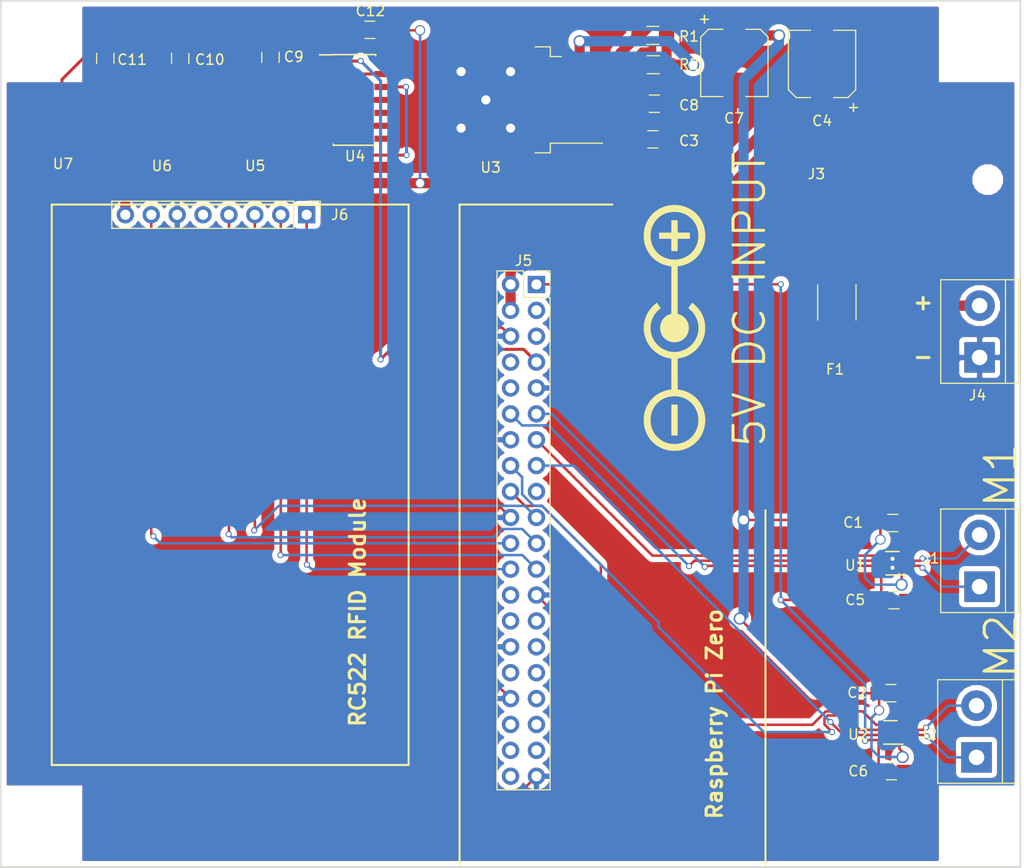
<source format=kicad_pcb>
(kicad_pcb (version 4) (host pcbnew 4.0.6)
  (layers (0 F.Cu signal hide) (31 B.Cu signal hide) (34 B.Paste user hide) (35 F.Paste user hide) (36 B.SilkS user) (37 F.SilkS user) (38 B.Mask user hide) (39 F.Mask user hide) (44 Edge.Cuts user))
  (net 0 "")
  (net 1 +3V3)
  (net 2 GND)
  (net 3 +5V)
  (net 4 "Net-(F1-Pad2)")
  (net 5 "Net-(J1-Pad1)")
  (net 6 "Net-(J1-Pad2)")
  (net 7 "Net-(J2-Pad1)")
  (net 8 "Net-(J2-Pad2)")
  (net 9 "Net-(J3-Pad3)")
  (net 10 "Net-(J5-Pad3)")
  (net 11 "Net-(J5-Pad5)")
  (net 12 /LED_DIN)
  (net 13 "Net-(J5-Pad8)")
  (net 14 "Net-(J5-Pad10)")
  (net 15 /M1_nSLEEP)
  (net 16 /M1_PH)
  (net 17 /M1_EN)
  (net 18 /M2_nSLEEP)
  (net 19 /M2_PH)
  (net 20 "Net-(J5-Pad17)")
  (net 21 /M2_EN)
  (net 22 /MOSI)
  (net 23 /MISO)
  (net 24 /SCLK)
  (net 25 /CE0)
  (net 26 "Net-(J5-Pad26)")
  (net 27 "Net-(J5-Pad27)")
  (net 28 "Net-(J5-Pad28)")
  (net 29 "Net-(J5-Pad29)")
  (net 30 "Net-(J5-Pad31)")
  (net 31 "Net-(J5-Pad32)")
  (net 32 "Net-(J5-Pad33)")
  (net 33 "Net-(J5-Pad35)")
  (net 34 "Net-(J5-Pad36)")
  (net 35 "Net-(J5-Pad37)")
  (net 36 "Net-(J5-Pad38)")
  (net 37 "Net-(J5-Pad40)")
  (net 38 "Net-(J6-Pad5)")
  (net 39 /RC522_RESET)
  (net 40 "Net-(R1-Pad2)")
  (net 41 "Net-(U4-Pad13)")
  (net 42 "Net-(U4-Pad4)")
  (net 43 "Net-(U4-Pad6)")
  (net 44 "Net-(U4-Pad8)")
  (net 45 "Net-(U4-Pad10)")
  (net 46 "Net-(U4-Pad12)")
  (net 47 "Net-(U5-Pad2)")
  (net 48 "Net-(U6-Pad2)")
  (net 49 "Net-(U7-Pad2)")
  (net 50 /3V3_RASPI)
  (module Mounting_Holes:MountingHole_3.2mm_M3 (layer F.Cu) (at 146 151)
    (fp_text reference REF** hide)
    (fp_text value MountingHole_3.2mm_M3)
    (pad 1 np_thru_hole circle (at 0 0) (size 3.2 3.2) (drill 3.2) (layers *.Cu *.Mask))
  )
  (module Mounting_Holes:MountingHole_3.2mm_M3 (layer F.Cu) (at 54 151)
    (fp_text reference REF** hide)
    (fp_text value MountingHole_3.2mm_M3)
    (pad 1 np_thru_hole circle (at 0 0) (size 3.2 3.2) (drill 3.2) (layers *.Cu *.Mask))
  )
  (module Mounting_Holes:MountingHole_3.2mm_M3 (layer F.Cu) (at 146 74)
    (fp_text reference REF** hide)
    (fp_text value MountingHole_3.2mm_M3)
    (pad 1 np_thru_hole circle (at 0 0) (size 3.2 3.2) (drill 3.2) (layers *.Cu *.Mask))
  )
  (module Capacitors_SMD:C_0805_HandSoldering (layer F.Cu) (at 137.48 121.25)
    (fp_text reference C1 (at -3.88 -0.05) (layer F.SilkS))
    (fp_text value 100n)
    (pad 1 smd rect (at -1.25 0) (size 1.5 1.25) (layers F.Cu F.Paste F.Mask) (net 1 +3V3))
    (pad 2 smd rect (at 1.25 0) (size 1.5 1.25) (layers F.Cu F.Paste F.Mask) (net 2 GND))
  )
  (module Capacitors_SMD:C_0805_HandSoldering (layer F.Cu) (at 137.3 137.95)
    (fp_text reference C2 (at -3.3 -0.05) (layer F.SilkS))
    (fp_text value 100n)
    (pad 1 smd rect (at -1.25 0) (size 1.5 1.25) (layers F.Cu F.Paste F.Mask) (net 1 +3V3))
    (pad 2 smd rect (at 1.25 0) (size 1.5 1.25) (layers F.Cu F.Paste F.Mask) (net 2 GND))
  )
  (module Capacitors_SMD:C_0805_HandSoldering (layer F.Cu) (at 113.95 83.6)
    (fp_text reference C3 (at 3.55 0.15) (layer F.SilkS))
    (fp_text value 100n)
    (pad 1 smd rect (at -1.25 0) (size 1.5 1.25) (layers F.Cu F.Paste F.Mask) (net 3 +5V))
    (pad 2 smd rect (at 1.25 0) (size 1.5 1.25) (layers F.Cu F.Paste F.Mask) (net 2 GND))
  )
  (module Capacitors_SMD:C_0805_HandSoldering (layer F.Cu) (at 137.6 128.824 180)
    (fp_text reference C5 (at 3.8 0.024 180) (layer F.SilkS))
    (fp_text value 100n)
    (pad 1 smd rect (at -1.25 0 180) (size 1.5 1.25) (layers F.Cu F.Paste F.Mask) (net 2 GND))
    (pad 2 smd rect (at 1.25 0 180) (size 1.5 1.25) (layers F.Cu F.Paste F.Mask) (net 50 /3V3_RASPI))
  )
  (module Capacitors_SMD:C_0805_HandSoldering (layer F.Cu) (at 137.35 145.6 180)
    (fp_text reference C6 (at 3.25 0 180) (layer F.SilkS))
    (fp_text value 100n)
    (pad 1 smd rect (at -1.25 0 180) (size 1.5 1.25) (layers F.Cu F.Paste F.Mask) (net 2 GND))
    (pad 2 smd rect (at 1.25 0 180) (size 1.5 1.25) (layers F.Cu F.Paste F.Mask) (net 50 /3V3_RASPI))
  )
  (module Capacitors_SMD:CP_Elec_6.3x5.7 (layer F.Cu) (at 121.95 76.1 270)
    (fp_text reference C7 (at 5.434 0.03 540) (layer F.SilkS))
    (fp_text value 68u)
    (fp_text user + (at -4.28 3.01 270) (layer F.SilkS))
    (pad 1 smd rect (at -2.7 0 90) (size 3.5 1.6) (layers F.Cu F.Paste F.Mask) (net 1 +3V3))
    (pad 2 smd rect (at 2.7 0 90) (size 3.5 1.6) (layers F.Cu F.Paste F.Mask) (net 2 GND))
  )
  (module Capacitors_SMD:C_0805_HandSoldering (layer F.Cu) (at 114.1 80.1)
    (fp_text reference C8 (at 3.4 0.15) (layer F.SilkS))
    (fp_text value 100n)
    (pad 1 smd rect (at -1.25 0) (size 1.5 1.25) (layers F.Cu F.Paste F.Mask) (net 1 +3V3))
    (pad 2 smd rect (at 1.25 0) (size 1.5 1.25) (layers F.Cu F.Paste F.Mask) (net 2 GND))
  )
  (module Capacitors_SMD:C_0805_HandSoldering (layer F.Cu) (at 76.45 75.55 90)
    (fp_text reference C9 (at 0.05 2.29 180) (layer F.SilkS))
    (fp_text value 100n)
    (pad 1 smd rect (at -1.25 0 90) (size 1.5 1.25) (layers F.Cu F.Paste F.Mask) (net 3 +5V))
    (pad 2 smd rect (at 1.25 0 90) (size 1.5 1.25) (layers F.Cu F.Paste F.Mask) (net 2 GND))
  )
  (module Capacitors_SMD:C_0805_HandSoldering (layer F.Cu) (at 67.6 75.65 90)
    (fp_text reference C10 (at -0.125 2.9 180) (layer F.SilkS))
    (fp_text value 100n)
    (pad 1 smd rect (at -1.25 0 90) (size 1.5 1.25) (layers F.Cu F.Paste F.Mask) (net 3 +5V))
    (pad 2 smd rect (at 1.25 0 90) (size 1.5 1.25) (layers F.Cu F.Paste F.Mask) (net 2 GND))
  )
  (module Capacitors_SMD:C_0805_HandSoldering (layer F.Cu) (at 60.25 75.65 90)
    (fp_text reference C11 (at -0.13 2.63 180) (layer F.SilkS))
    (fp_text value 100n)
    (pad 1 smd rect (at -1.25 0 90) (size 1.5 1.25) (layers F.Cu F.Paste F.Mask) (net 3 +5V))
    (pad 2 smd rect (at 1.25 0 90) (size 1.5 1.25) (layers F.Cu F.Paste F.Mask) (net 2 GND))
  )
  (module Capacitors_SMD:C_0805_HandSoldering (layer F.Cu) (at 86.2 72.85)
    (fp_text reference C12 (at 0.05 -1.85) (layer F.SilkS))
    (fp_text value 100n)
    (pad 1 smd rect (at -1.25 0) (size 1.5 1.25) (layers F.Cu F.Paste F.Mask) (net 2 GND))
    (pad 2 smd rect (at 1.25 0) (size 1.5 1.25) (layers F.Cu F.Paste F.Mask) (net 3 +5V))
  )
  (module Resistors_SMD:R_1812_HandSoldering (layer F.Cu) (at 132 99.6 270)
    (fp_text reference F1 (at 6.572 0.174 360) (layer F.SilkS))
    (fp_text value Fuse)
    (pad 1 smd rect (at -3.4 0 270) (size 3.5 3.5) (layers F.Cu F.Paste F.Mask) (net 3 +5V))
    (pad 2 smd rect (at 3.4 0 270) (size 3.5 3.5) (layers F.Cu F.Paste F.Mask) (net 4 "Net-(F1-Pad2)"))
  )
  (module Connectors_Terminal_Blocks:TerminalBlock_bornier-2_P5.08mm (layer F.Cu) (at 146 127.5 90)
    (fp_text reference J1 (at 2.786 -4.776 180) (layer F.SilkS))
    (fp_text value "Motor 1")
    (pad 1 thru_hole rect (at 0 0 90) (size 3 3) (drill 1.52) (layers *.Cu *.Mask) (net 5 "Net-(J1-Pad1)"))
    (pad 2 thru_hole circle (at 5.08 0 90) (size 3 3) (drill 1.52) (layers *.Cu *.Mask) (net 6 "Net-(J1-Pad2)"))
  )
  (module Connectors_Terminal_Blocks:TerminalBlock_bornier-2_P5.08mm (layer F.Cu) (at 145.7 144.25 90)
    (fp_text reference J2 (at 2.264 -4.73 180) (layer F.SilkS))
    (fp_text value "Motor 2")
    (pad 1 thru_hole rect (at 0 0 90) (size 3 3) (drill 1.52) (layers *.Cu *.Mask) (net 7 "Net-(J2-Pad1)"))
    (pad 2 thru_hole circle (at 5.08 0 90) (size 3 3) (drill 1.52) (layers *.Cu *.Mask) (net 8 "Net-(J2-Pad2)"))
  )
  (module Morn_SMD:PJ-036AH (layer F.Cu) (at 143.025 87.55 180)
    (fp_text reference J3 (at 13.025 0.55 180) (layer F.SilkS))
    (fp_text value POWER)
    (pad "" np_thru_hole circle (at -3.775 0 180) (size 2 2) (drill 2) (layers *.Cu *.Mask))
    (pad 2 smd rect (at 0.025 -6.45 180) (size 6.2 3.9) (layers F.Cu F.Paste F.Mask) (net 2 GND))
    (pad 3 smd rect (at 0.025 6.45 180) (size 6.2 3.9) (layers F.Cu F.Paste F.Mask) (net 9 "Net-(J3-Pad3)"))
    (pad 1 smd rect (at 8.975 0.65 180) (size 4.4 3.3) (layers F.Cu F.Paste F.Mask) (net 4 "Net-(F1-Pad2)"))
  )
  (module Connectors_Terminal_Blocks:TerminalBlock_bornier-2_P5.08mm (layer F.Cu) (at 146 105 90)
    (fp_text reference J4 (at -3.712 -0.204 180) (layer F.SilkS))
    (fp_text value POWER)
    (pad 1 thru_hole rect (at 0 0 90) (size 3 3) (drill 1.52) (layers *.Cu *.Mask) (net 2 GND))
    (pad 2 thru_hole circle (at 5.08 0 90) (size 3 3) (drill 1.52) (layers *.Cu *.Mask) (net 4 "Net-(F1-Pad2)"))
  )
  (module Socket_Strips:Socket_Strip_Straight_2x20_Pitch2.54mm (layer F.Cu) (at 102.54 97.84)
    (fp_text reference J5 (at -1.27 -2.33) (layer F.SilkS))
    (fp_text value "Raspberry Pi Zero")
    (pad 1 thru_hole rect (at 0 0) (size 1.7 1.7) (drill 1) (layers *.Cu *.Mask) (net 50 /3V3_RASPI))
    (pad 2 thru_hole oval (at -2.54 0) (size 1.7 1.7) (drill 1) (layers *.Cu *.Mask) (net 3 +5V))
    (pad 3 thru_hole oval (at 0 2.54) (size 1.7 1.7) (drill 1) (layers *.Cu *.Mask) (net 10 "Net-(J5-Pad3)"))
    (pad 4 thru_hole oval (at -2.54 2.54) (size 1.7 1.7) (drill 1) (layers *.Cu *.Mask) (net 3 +5V))
    (pad 5 thru_hole oval (at 0 5.08) (size 1.7 1.7) (drill 1) (layers *.Cu *.Mask) (net 11 "Net-(J5-Pad5)"))
    (pad 6 thru_hole oval (at -2.54 5.08) (size 1.7 1.7) (drill 1) (layers *.Cu *.Mask) (net 2 GND))
    (pad 7 thru_hole oval (at 0 7.62) (size 1.7 1.7) (drill 1) (layers *.Cu *.Mask) (net 12 /LED_DIN))
    (pad 8 thru_hole oval (at -2.54 7.62) (size 1.7 1.7) (drill 1) (layers *.Cu *.Mask) (net 13 "Net-(J5-Pad8)"))
    (pad 9 thru_hole oval (at 0 10.16) (size 1.7 1.7) (drill 1) (layers *.Cu *.Mask) (net 2 GND))
    (pad 10 thru_hole oval (at -2.54 10.16) (size 1.7 1.7) (drill 1) (layers *.Cu *.Mask) (net 14 "Net-(J5-Pad10)"))
    (pad 11 thru_hole oval (at 0 12.7) (size 1.7 1.7) (drill 1) (layers *.Cu *.Mask) (net 15 /M1_nSLEEP))
    (pad 12 thru_hole oval (at -2.54 12.7) (size 1.7 1.7) (drill 1) (layers *.Cu *.Mask) (net 16 /M1_PH))
    (pad 13 thru_hole oval (at 0 15.24) (size 1.7 1.7) (drill 1) (layers *.Cu *.Mask) (net 17 /M1_EN))
    (pad 14 thru_hole oval (at -2.54 15.24) (size 1.7 1.7) (drill 1) (layers *.Cu *.Mask) (net 2 GND))
    (pad 15 thru_hole oval (at 0 17.78) (size 1.7 1.7) (drill 1) (layers *.Cu *.Mask) (net 18 /M2_nSLEEP))
    (pad 16 thru_hole oval (at -2.54 17.78) (size 1.7 1.7) (drill 1) (layers *.Cu *.Mask) (net 19 /M2_PH))
    (pad 17 thru_hole oval (at 0 20.32) (size 1.7 1.7) (drill 1) (layers *.Cu *.Mask) (net 20 "Net-(J5-Pad17)"))
    (pad 18 thru_hole oval (at -2.54 20.32) (size 1.7 1.7) (drill 1) (layers *.Cu *.Mask) (net 21 /M2_EN))
    (pad 19 thru_hole oval (at 0 22.86) (size 1.7 1.7) (drill 1) (layers *.Cu *.Mask) (net 22 /MOSI))
    (pad 20 thru_hole oval (at -2.54 22.86) (size 1.7 1.7) (drill 1) (layers *.Cu *.Mask) (net 2 GND))
    (pad 21 thru_hole oval (at 0 25.4) (size 1.7 1.7) (drill 1) (layers *.Cu *.Mask) (net 23 /MISO))
    (pad 22 thru_hole oval (at -2.54 25.4) (size 1.7 1.7) (drill 1) (layers *.Cu *.Mask) (net 39 /RC522_RESET))
    (pad 23 thru_hole oval (at 0 27.94) (size 1.7 1.7) (drill 1) (layers *.Cu *.Mask) (net 24 /SCLK))
    (pad 24 thru_hole oval (at -2.54 27.94) (size 1.7 1.7) (drill 1) (layers *.Cu *.Mask) (net 25 /CE0))
    (pad 25 thru_hole oval (at 0 30.48) (size 1.7 1.7) (drill 1) (layers *.Cu *.Mask) (net 2 GND))
    (pad 26 thru_hole oval (at -2.54 30.48) (size 1.7 1.7) (drill 1) (layers *.Cu *.Mask) (net 26 "Net-(J5-Pad26)"))
    (pad 27 thru_hole oval (at 0 33.02) (size 1.7 1.7) (drill 1) (layers *.Cu *.Mask) (net 27 "Net-(J5-Pad27)"))
    (pad 28 thru_hole oval (at -2.54 33.02) (size 1.7 1.7) (drill 1) (layers *.Cu *.Mask) (net 28 "Net-(J5-Pad28)"))
    (pad 29 thru_hole oval (at 0 35.56) (size 1.7 1.7) (drill 1) (layers *.Cu *.Mask) (net 29 "Net-(J5-Pad29)"))
    (pad 30 thru_hole oval (at -2.54 35.56) (size 1.7 1.7) (drill 1) (layers *.Cu *.Mask) (net 2 GND))
    (pad 31 thru_hole oval (at 0 38.1) (size 1.7 1.7) (drill 1) (layers *.Cu *.Mask) (net 30 "Net-(J5-Pad31)"))
    (pad 32 thru_hole oval (at -2.54 38.1) (size 1.7 1.7) (drill 1) (layers *.Cu *.Mask) (net 31 "Net-(J5-Pad32)"))
    (pad 33 thru_hole oval (at 0 40.64) (size 1.7 1.7) (drill 1) (layers *.Cu *.Mask) (net 32 "Net-(J5-Pad33)"))
    (pad 34 thru_hole oval (at -2.54 40.64) (size 1.7 1.7) (drill 1) (layers *.Cu *.Mask) (net 2 GND))
    (pad 35 thru_hole oval (at 0 43.18) (size 1.7 1.7) (drill 1) (layers *.Cu *.Mask) (net 33 "Net-(J5-Pad35)"))
    (pad 36 thru_hole oval (at -2.54 43.18) (size 1.7 1.7) (drill 1) (layers *.Cu *.Mask) (net 34 "Net-(J5-Pad36)"))
    (pad 37 thru_hole oval (at 0 45.72) (size 1.7 1.7) (drill 1) (layers *.Cu *.Mask) (net 35 "Net-(J5-Pad37)"))
    (pad 38 thru_hole oval (at -2.54 45.72) (size 1.7 1.7) (drill 1) (layers *.Cu *.Mask) (net 36 "Net-(J5-Pad38)"))
    (pad 39 thru_hole oval (at 0 48.26) (size 1.7 1.7) (drill 1) (layers *.Cu *.Mask) (net 2 GND))
    (pad 40 thru_hole oval (at -2.54 48.26) (size 1.7 1.7) (drill 1) (layers *.Cu *.Mask) (net 37 "Net-(J5-Pad40)"))
  )
  (module Pin_Headers:Pin_Header_Straight_1x08_Pitch2.54mm (layer F.Cu) (at 80 91 270)
    (fp_text reference J6 (at 0 -3.25 360) (layer F.SilkS))
    (fp_text value "RC522 RFID Module")
    (pad 1 thru_hole rect (at 0 0 270) (size 1.7 1.7) (drill 1) (layers *.Cu *.Mask) (net 25 /CE0))
    (pad 2 thru_hole oval (at 0 2.54 270) (size 1.7 1.7) (drill 1) (layers *.Cu *.Mask) (net 24 /SCLK))
    (pad 3 thru_hole oval (at 0 5.08 270) (size 1.7 1.7) (drill 1) (layers *.Cu *.Mask) (net 22 /MOSI))
    (pad 4 thru_hole oval (at 0 7.62 270) (size 1.7 1.7) (drill 1) (layers *.Cu *.Mask) (net 23 /MISO))
    (pad 5 thru_hole oval (at 0 10.16 270) (size 1.7 1.7) (drill 1) (layers *.Cu *.Mask) (net 38 "Net-(J6-Pad5)"))
    (pad 6 thru_hole oval (at 0 12.7 270) (size 1.7 1.7) (drill 1) (layers *.Cu *.Mask) (net 2 GND))
    (pad 7 thru_hole oval (at 0 15.24 270) (size 1.7 1.7) (drill 1) (layers *.Cu *.Mask) (net 39 /RC522_RESET))
    (pad 8 thru_hole oval (at 0 17.78 270) (size 1.7 1.7) (drill 1) (layers *.Cu *.Mask) (net 3 +5V))
  )
  (module Resistors_SMD:R_0805_HandSoldering (layer F.Cu) (at 113.95 73.4)
    (fp_text reference R1 (at 3.55 0.1) (layer F.SilkS))
    (fp_text value 330)
    (pad 1 smd rect (at -1.35 0) (size 1.5 1.3) (layers F.Cu F.Paste F.Mask) (net 1 +3V3))
    (pad 2 smd rect (at 1.35 0) (size 1.5 1.3) (layers F.Cu F.Paste F.Mask) (net 40 "Net-(R1-Pad2)"))
  )
  (module Resistors_SMD:R_0805_HandSoldering (layer F.Cu) (at 114 76.275 180)
    (fp_text reference R2 (at -3.5 0.025 180) (layer F.SilkS))
    (fp_text value 200)
    (pad 1 smd rect (at -1.35 0 180) (size 1.5 1.3) (layers F.Cu F.Paste F.Mask) (net 40 "Net-(R1-Pad2)"))
    (pad 2 smd rect (at 1.35 0 180) (size 1.5 1.3) (layers F.Cu F.Paste F.Mask) (net 2 GND))
  )
  (module Housings_DFN_QFN:DFN-8-1EP_2x2mm_Pitch0.5mm (layer F.Cu) (at 137.46 125.2 180)
    (fp_text reference U1 (at 3.66 -0.2 180) (layer F.SilkS))
    (fp_text value DRV8838)
    (pad 1 smd rect (at -0.9 -0.75 180) (size 0.5 0.3) (layers F.Cu F.Paste F.Mask) (net 1 +3V3))
    (pad 2 smd rect (at -0.9 -0.25 180) (size 0.5 0.3) (layers F.Cu F.Paste F.Mask) (net 5 "Net-(J1-Pad1)"))
    (pad 3 smd rect (at -0.9 0.25 180) (size 0.5 0.3) (layers F.Cu F.Paste F.Mask) (net 6 "Net-(J1-Pad2)"))
    (pad 4 smd rect (at -0.9 0.75 180) (size 0.5 0.3) (layers F.Cu F.Paste F.Mask) (net 2 GND))
    (pad 5 smd rect (at 0.9 0.75 180) (size 0.5 0.3) (layers F.Cu F.Paste F.Mask) (net 17 /M1_EN))
    (pad 6 smd rect (at 0.9 0.25 180) (size 0.5 0.3) (layers F.Cu F.Paste F.Mask) (net 16 /M1_PH))
    (pad 7 smd rect (at 0.9 -0.25 180) (size 0.5 0.3) (layers F.Cu F.Paste F.Mask) (net 15 /M1_nSLEEP))
    (pad 8 smd rect (at 0.9 -0.75 180) (size 0.5 0.3) (layers F.Cu F.Paste F.Mask) (net 50 /3V3_RASPI))
    (pad 9 smd rect (at 0 0.44 180) (size 1.06 0.88) (layers F.Cu F.Paste F.Mask) (net 2 GND))
    (pad 9 smd rect (at 0 -0.44 180) (size 1.06 0.88) (layers F.Cu F.Paste F.Mask) (net 2 GND))
  )
  (module Housings_DFN_QFN:DFN-8-1EP_2x2mm_Pitch0.5mm (layer F.Cu) (at 137.25 141.8 180)
    (fp_text reference U2 (at 3.15 -0.2 180) (layer F.SilkS))
    (fp_text value DRV8838)
    (pad 1 smd rect (at -0.9 -0.75 180) (size 0.5 0.3) (layers F.Cu F.Paste F.Mask) (net 1 +3V3))
    (pad 2 smd rect (at -0.9 -0.25 180) (size 0.5 0.3) (layers F.Cu F.Paste F.Mask) (net 7 "Net-(J2-Pad1)"))
    (pad 3 smd rect (at -0.9 0.25 180) (size 0.5 0.3) (layers F.Cu F.Paste F.Mask) (net 8 "Net-(J2-Pad2)"))
    (pad 4 smd rect (at -0.9 0.75 180) (size 0.5 0.3) (layers F.Cu F.Paste F.Mask) (net 2 GND))
    (pad 5 smd rect (at 0.9 0.75 180) (size 0.5 0.3) (layers F.Cu F.Paste F.Mask) (net 21 /M2_EN))
    (pad 6 smd rect (at 0.9 0.25 180) (size 0.5 0.3) (layers F.Cu F.Paste F.Mask) (net 19 /M2_PH))
    (pad 7 smd rect (at 0.9 -0.25 180) (size 0.5 0.3) (layers F.Cu F.Paste F.Mask) (net 18 /M2_nSLEEP))
    (pad 8 smd rect (at 0.9 -0.75 180) (size 0.5 0.3) (layers F.Cu F.Paste F.Mask) (net 50 /3V3_RASPI))
    (pad 9 smd rect (at 0 0.44 180) (size 1.06 0.88) (layers F.Cu F.Paste F.Mask) (net 2 GND))
    (pad 9 smd rect (at 0 -0.44 180) (size 1.06 0.88) (layers F.Cu F.Paste F.Mask) (net 2 GND))
  )
  (module TO_SOT_Packages_SMD:TO-263-5_TabPin3 (layer F.Cu) (at 100.95 79.725 180)
    (fp_text reference U3 (at 2.906 -6.635 180) (layer F.SilkS))
    (fp_text value SPX29302)
    (pad 1 smd rect (at -5.775 -3.4 180) (size 4.6 1.1) (layers F.Cu F.Paste F.Mask) (net 3 +5V))
    (pad 2 smd rect (at -5.775 -1.7 180) (size 4.6 1.1) (layers F.Cu F.Paste F.Mask) (net 3 +5V))
    (pad 3 smd rect (at -5.775 0 180) (size 4.6 1.1) (layers F.Cu F.Paste F.Mask) (net 2 GND))
    (pad 4 smd rect (at -5.775 1.7 180) (size 4.6 1.1) (layers F.Cu F.Paste F.Mask) (net 1 +3V3))
    (pad 5 smd rect (at -5.775 3.4 180) (size 4.6 1.1) (layers F.Cu F.Paste F.Mask) (net 40 "Net-(R1-Pad2)"))
    (pad 3 smd rect (at 3.375 0 180) (size 9.4 10.8) (layers F.Cu F.Mask) (net 2 GND))
    (pad 3 smd rect (at 5.8 2.775 180) (size 4.55 5.25) (layers F.Cu F.Paste) (net 2 GND))
    (pad 3 smd rect (at 0.95 -2.775 180) (size 4.55 5.25) (layers F.Cu F.Paste) (net 2 GND))
    (pad 3 smd rect (at 5.8 -2.775 180) (size 4.55 5.25) (layers F.Cu F.Paste) (net 2 GND))
    (pad 3 smd rect (at 0.95 2.775 180) (size 4.55 5.25) (layers F.Cu F.Paste) (net 2 GND))
  )
  (module Housings_SOIC:SOIC-14_3.9x8.7mm_Pitch1.27mm (layer F.Cu) (at 84.7 79.73)
    (fp_text reference U4 (at 0.05 5.52) (layer F.SilkS))
    (fp_text value 74HCT04)
    (pad 1 smd rect (at -2.7 -3.81) (size 1.5 0.6) (layers F.Cu F.Paste F.Mask) (net 12 /LED_DIN))
    (pad 2 smd rect (at -2.7 -2.54) (size 1.5 0.6) (layers F.Cu F.Paste F.Mask) (net 41 "Net-(U4-Pad13)"))
    (pad 3 smd rect (at -2.7 -1.27) (size 1.5 0.6) (layers F.Cu F.Paste F.Mask) (net 2 GND))
    (pad 4 smd rect (at -2.7 0) (size 1.5 0.6) (layers F.Cu F.Paste F.Mask) (net 42 "Net-(U4-Pad4)"))
    (pad 5 smd rect (at -2.7 1.27) (size 1.5 0.6) (layers F.Cu F.Paste F.Mask) (net 2 GND))
    (pad 6 smd rect (at -2.7 2.54) (size 1.5 0.6) (layers F.Cu F.Paste F.Mask) (net 43 "Net-(U4-Pad6)"))
    (pad 7 smd rect (at -2.7 3.81) (size 1.5 0.6) (layers F.Cu F.Paste F.Mask) (net 2 GND))
    (pad 8 smd rect (at 2.7 3.81) (size 1.5 0.6) (layers F.Cu F.Paste F.Mask) (net 44 "Net-(U4-Pad8)"))
    (pad 9 smd rect (at 2.7 2.54) (size 1.5 0.6) (layers F.Cu F.Paste F.Mask) (net 2 GND))
    (pad 10 smd rect (at 2.7 1.27) (size 1.5 0.6) (layers F.Cu F.Paste F.Mask) (net 45 "Net-(U4-Pad10)"))
    (pad 11 smd rect (at 2.7 0) (size 1.5 0.6) (layers F.Cu F.Paste F.Mask) (net 2 GND))
    (pad 12 smd rect (at 2.7 -1.27) (size 1.5 0.6) (layers F.Cu F.Paste F.Mask) (net 46 "Net-(U4-Pad12)"))
    (pad 13 smd rect (at 2.7 -2.54) (size 1.5 0.6) (layers F.Cu F.Paste F.Mask) (net 41 "Net-(U4-Pad13)"))
    (pad 14 smd rect (at 2.7 -3.81) (size 1.5 0.6) (layers F.Cu F.Paste F.Mask) (net 3 +5V))
  )
  (module Morn_SMD_NoLeads:WS2812B (layer F.Cu) (at 74.85 82.075 270)
    (fp_text reference U5 (at 4.125 -0.1 360) (layer F.SilkS))
    (fp_text value WS2812B)
    (pad 1 smd rect (at -2.075 -1.85 270) (size 1.5 1) (layers F.Cu F.Paste F.Mask) (net 3 +5V))
    (pad 2 smd rect (at -2.075 1.85 270) (size 1.5 1) (layers F.Cu F.Paste F.Mask) (net 47 "Net-(U5-Pad2)"))
    (pad 4 smd rect (at 2.075 -1.85 270) (size 1.5 1) (layers F.Cu F.Paste F.Mask) (net 46 "Net-(U4-Pad12)"))
    (pad 3 smd rect (at 2.075 1.85 270) (size 1.5 1) (layers F.Cu F.Paste F.Mask) (net 2 GND))
  )
  (module Morn_SMD_NoLeads:WS2812B (layer F.Cu) (at 65.8 82.125 270)
    (fp_text reference U6 (at 4.075 0 360) (layer F.SilkS))
    (fp_text value WS2812B)
    (pad 1 smd rect (at -2.075 -1.85 270) (size 1.5 1) (layers F.Cu F.Paste F.Mask) (net 3 +5V))
    (pad 2 smd rect (at -2.075 1.85 270) (size 1.5 1) (layers F.Cu F.Paste F.Mask) (net 48 "Net-(U6-Pad2)"))
    (pad 4 smd rect (at 2.075 -1.85 270) (size 1.5 1) (layers F.Cu F.Paste F.Mask) (net 47 "Net-(U5-Pad2)"))
    (pad 3 smd rect (at 2.075 1.85 270) (size 1.5 1) (layers F.Cu F.Paste F.Mask) (net 2 GND))
  )
  (module Morn_SMD_NoLeads:WS2812B (layer F.Cu) (at 56.15 82.075 270)
    (fp_text reference U7 (at 3.925 0.05 360) (layer F.SilkS))
    (fp_text value WS2812B)
    (pad 1 smd rect (at -2.075 -1.85 270) (size 1.5 1) (layers F.Cu F.Paste F.Mask) (net 3 +5V))
    (pad 2 smd rect (at -2.075 1.85 270) (size 1.5 1) (layers F.Cu F.Paste F.Mask) (net 49 "Net-(U7-Pad2)"))
    (pad 4 smd rect (at 2.075 -1.85 270) (size 1.5 1) (layers F.Cu F.Paste F.Mask) (net 48 "Net-(U6-Pad2)"))
    (pad 3 smd rect (at 2.075 1.85 270) (size 1.5 1) (layers F.Cu F.Paste F.Mask) (net 2 GND))
  )
  (module Mounting_Holes:MountingHole_3.2mm_M3 (layer F.Cu) (at 54 74)
    (fp_text reference REF** hide)
    (fp_text value MountingHole_3.2mm_M3)
    (pad 1 np_thru_hole circle (at 0 0) (size 3.2 3.2) (drill 3.2) (layers *.Cu *.Mask))
  )
  (module Capacitors_SMD:CP_Elec_6.3x5.7 (layer F.Cu) (at 130.55 76.2 90)
    (fp_text reference C4 (at -5.588 0.006 180) (layer F.SilkS))
    (fp_text value 68u)
    (fp_text user + (at -4.28 3.01 90) (layer F.SilkS))
    (pad 1 smd rect (at -2.7 0 270) (size 3.5 1.6) (layers F.Cu F.Paste F.Mask) (net 3 +5V))
    (pad 2 smd rect (at 2.7 0 270) (size 3.5 1.6) (layers F.Cu F.Paste F.Mask) (net 2 GND))
  )
  (module Symbols:Polarity_Center_Positive_6mm_SilkScreen (layer F.Cu) (at 116.078 102.108 90)
    (fp_text reference REF*** hide)
    (fp_text value Polarity_Center_Positive_6mm_SilkScreen hide)
  )
  (gr_text "RC522 RFID Module" (at 85 130 90) (layer F.SilkS) (effects (font (size 1.5 1.5) (thickness 0.3))))
  (gr_text "Raspberry Pi Zero" (at 120 140 90) (layer F.SilkS) (effects (font (size 1.5 1.5) (thickness 0.3))))
  (gr_line (start 55 145) (end 55 90) (layer F.SilkS) (width 0.2))
  (gr_line (start 90 145) (end 55 145) (layer F.SilkS) (width 0.2))
  (gr_line (start 90 90) (end 90 145) (layer F.SilkS) (width 0.2))
  (gr_line (start 55 90) (end 90 90) (layer F.SilkS) (width 0.2))
  (gr_line (start 125 120) (end 125 155) (layer F.SilkS) (width 0.2))
  (gr_line (start 95 90) (end 110 90) (layer F.SilkS) (width 0.2))
  (gr_line (start 95 155) (end 95 90) (layer F.SilkS) (width 0.2))
  (gr_text - (at 140.462 104.902) (layer F.SilkS) (effects (font (size 1.5 1.5) (thickness 0.3))))
  (gr_text + (at 140.462 99.568) (layer F.SilkS) (effects (font (size 1.5 1.5) (thickness 0.3))))
  (gr_text "5V DC INPUT" (at 123.444 99.314 90) (layer F.SilkS) (effects (font (size 3 3) (thickness 0.3))))
  (gr_text M2 (at 148.082 133.35 90) (layer F.SilkS) (effects (font (size 3 3) (thickness 0.3))))
  (gr_text M1 (at 148.082 116.586 90) (layer F.SilkS) (effects (font (size 3 3) (thickness 0.3))))
  (gr_line (start 50 155) (end 50 70) (layer Edge.Cuts) (width 0.15))
  (gr_line (start 150 155) (end 50 155) (layer Edge.Cuts) (width 0.15))
  (gr_line (start 150 70) (end 150 155) (layer Edge.Cuts) (width 0.15))
  (gr_line (start 50 70) (end 150 70) (layer Edge.Cuts) (width 0.15))
  (segment (start 135.4 143.45) (end 135.4 140.375) (width 0.25) (layer B.Cu) (net 1))
  (segment (start 135.4 140.375) (end 136.15 139.625) (width 0.25) (layer B.Cu) (net 1))
  (segment (start 136.15 144.2) (end 135.4 143.45) (width 0.25) (layer B.Cu) (net 1))
  (segment (start 137.586474 144.2) (end 136.15 144.2) (width 0.25) (layer B.Cu) (net 1))
  (segment (start 138.45 144.214998) (end 137.601472 144.214998) (width 0.25) (layer B.Cu) (net 1))
  (segment (start 137.601472 144.214998) (end 137.586474 144.2) (width 0.25) (layer B.Cu) (net 1))
  (segment (start 138.45 143.725) (end 138.45 144.214998) (width 0.25) (layer F.Cu) (net 1))
  (via (at 138.45 144.214998) (size 1.2) (drill 0.9) (layers F.Cu B.Cu) (net 1))
  (segment (start 138.35 127.3) (end 135.45 127.3) (width 0.25) (layer B.Cu) (net 1))
  (segment (start 135.45 127.3) (end 134.75 126.6) (width 0.25) (layer B.Cu) (net 1))
  (segment (start 134.75 126.6) (end 134.75 124.4) (width 0.25) (layer B.Cu) (net 1))
  (segment (start 134.75 124.4) (end 136.275 122.875) (width 0.25) (layer B.Cu) (net 1))
  (segment (start 138.36 126.965) (end 138.36 127.29) (width 0.25) (layer F.Cu) (net 1))
  (via (at 138.35 127.3) (size 1.2) (drill 0.9) (layers F.Cu B.Cu) (net 1))
  (segment (start 138.36 127.29) (end 138.35 127.3) (width 0.25) (layer F.Cu) (net 1))
  (segment (start 136.15 139.625) (end 136.15 138.05) (width 0.25) (layer F.Cu) (net 1))
  (segment (start 136.15 138.05) (end 136.05 137.95) (width 0.25) (layer F.Cu) (net 1))
  (via (at 136.15 139.625) (size 1) (drill 0.8) (layers F.Cu B.Cu) (net 1))
  (segment (start 138.15 142.55) (end 138.15 143.425) (width 0.25) (layer F.Cu) (net 1))
  (segment (start 138.15 143.425) (end 138.45 143.725) (width 0.25) (layer F.Cu) (net 1))
  (segment (start 136.275 122.875) (end 136.275 121.295) (width 0.25) (layer F.Cu) (net 1))
  (segment (start 136.275 121.295) (end 136.23 121.25) (width 0.25) (layer F.Cu) (net 1))
  (via (at 136.275 122.875) (size 1) (drill 0.8) (layers F.Cu B.Cu) (net 1))
  (segment (start 138.36 125.95) (end 138.36 126.965) (width 0.25) (layer F.Cu) (net 1))
  (segment (start 123.079403 131.227809) (end 122.479404 130.62781) (width 0.25) (layer F.Cu) (net 1))
  (segment (start 136.05 137.95) (end 129.801594 137.95) (width 0.25) (layer F.Cu) (net 1))
  (segment (start 122.85 120.95) (end 122.85 130.257214) (width 1) (layer B.Cu) (net 1))
  (via (at 122.479404 130.62781) (size 1.2) (drill 0.9) (layers F.Cu B.Cu) (net 1))
  (segment (start 122.85 130.257214) (end 122.479404 130.62781) (width 1) (layer B.Cu) (net 1))
  (segment (start 129.801594 137.95) (end 123.079403 131.227809) (width 0.25) (layer F.Cu) (net 1))
  (segment (start 122.85 120.95) (end 135.93 120.95) (width 0.25) (layer F.Cu) (net 1))
  (segment (start 135.93 120.95) (end 136.23 121.25) (width 0.25) (layer F.Cu) (net 1))
  (segment (start 122.85 77.723528) (end 122.85 120.95) (width 1) (layer B.Cu) (net 1))
  (via (at 122.85 120.95) (size 1.2) (drill 0.9) (layers F.Cu B.Cu) (net 1))
  (segment (start 126.325 73.4) (end 126.325 74.248528) (width 1) (layer B.Cu) (net 1))
  (segment (start 126.325 74.248528) (end 122.85 77.723528) (width 1) (layer B.Cu) (net 1))
  (segment (start 121.95 73.4) (end 126.325 73.4) (width 1) (layer F.Cu) (net 1))
  (via (at 126.325 73.4) (size 1.2) (drill 0.9) (layers F.Cu B.Cu) (net 1))
  (segment (start 112.6 73.4) (end 112.7 73.4) (width 1) (layer F.Cu) (net 1))
  (segment (start 112.7 73.4) (end 114.100001 71.999999) (width 1) (layer F.Cu) (net 1))
  (segment (start 114.100001 71.999999) (end 118.749999 71.999999) (width 1) (layer F.Cu) (net 1))
  (segment (start 118.749999 71.999999) (end 120.15 73.4) (width 1) (layer F.Cu) (net 1))
  (segment (start 120.15 73.4) (end 121.95 73.4) (width 1) (layer F.Cu) (net 1))
  (segment (start 110.775 78.025) (end 110.775 75.125) (width 1) (layer F.Cu) (net 1))
  (segment (start 110.775 75.125) (end 112.5 73.4) (width 1) (layer F.Cu) (net 1))
  (segment (start 112.5 73.4) (end 112.6 73.4) (width 1) (layer F.Cu) (net 1))
  (segment (start 112.85 80.1) (end 110.775 78.025) (width 1) (layer F.Cu) (net 1))
  (segment (start 110.775 78.025) (end 106.725 78.025) (width 1) (layer F.Cu) (net 1))
  (segment (start 121.57 73.02) (end 121.95 73.4) (width 1) (layer F.Cu) (net 1))
  (segment (start 138.15 141.05) (end 137.56 141.05) (width 0.25) (layer F.Cu) (net 2))
  (segment (start 137.56 141.05) (end 137.25 141.36) (width 0.25) (layer F.Cu) (net 2))
  (via (at 137.46 124.76) (size 0.6) (drill 0.4) (layers F.Cu B.Cu) (net 2))
  (via (at 137.46 125.64) (size 0.6) (drill 0.4) (layers F.Cu B.Cu) (net 2))
  (segment (start 137.46 124.76) (end 137.46 125.64) (width 0.25) (layer F.Cu) (net 2))
  (segment (start 137.46 124.76) (end 137.77 124.45) (width 0.25) (layer F.Cu) (net 2))
  (segment (start 137.77 124.45) (end 138.36 124.45) (width 0.25) (layer F.Cu) (net 2))
  (segment (start 138.36 124.45) (end 138.975 124.45) (width 0.25) (layer F.Cu) (net 2))
  (segment (start 138.975 124.45) (end 139.375 124.125) (width 0.25) (layer F.Cu) (net 2))
  (segment (start 139.375 124.125) (end 139.375 122.77) (width 0.25) (layer F.Cu) (net 2))
  (segment (start 139.375 122.77) (end 138.73 122.125) (width 0.25) (layer F.Cu) (net 2))
  (segment (start 138.73 122.125) (end 138.73 121.25) (width 0.25) (layer F.Cu) (net 2))
  (via (at 97.575 79.725) (size 1.2) (drill 0.9) (layers F.Cu B.Cu) (net 2))
  (via (at 100 82.5) (size 1.2) (drill 0.9) (layers F.Cu B.Cu) (net 2))
  (via (at 95.15 82.5) (size 1.2) (drill 0.9) (layers F.Cu B.Cu) (net 2))
  (via (at 95.15 76.95) (size 1.2) (drill 0.9) (layers F.Cu B.Cu) (net 2))
  (via (at 100 76.95) (size 1.2) (drill 0.9) (layers F.Cu B.Cu) (net 2))
  (segment (start 85.57 82.27) (end 84.3 83.54) (width 0.25) (layer F.Cu) (net 2))
  (segment (start 84.3 83.54) (end 82 83.54) (width 0.25) (layer F.Cu) (net 2))
  (segment (start 132.6 148.75) (end 135.325 148.75) (width 0.25) (layer F.Cu) (net 2))
  (segment (start 135.325 148.75) (end 138.475 145.6) (width 0.25) (layer F.Cu) (net 2))
  (segment (start 138.475 145.6) (end 138.6 145.6) (width 0.25) (layer F.Cu) (net 2))
  (segment (start 129.75 145.9) (end 132.6 148.75) (width 0.25) (layer F.Cu) (net 2))
  (segment (start 105.55 145.9) (end 129.75 145.9) (width 0.25) (layer F.Cu) (net 2))
  (segment (start 67.3 91) (end 67.3 92.202081) (width 0.25) (layer B.Cu) (net 2))
  (segment (start 67.3 92.202081) (end 88.177919 113.08) (width 0.25) (layer B.Cu) (net 2))
  (segment (start 88.177919 113.08) (end 98.797919 113.08) (width 0.25) (layer B.Cu) (net 2))
  (segment (start 98.797919 113.08) (end 100 113.08) (width 0.25) (layer B.Cu) (net 2))
  (segment (start 96.65 149.925) (end 98.715 149.925) (width 0.25) (layer F.Cu) (net 2))
  (segment (start 98.715 149.925) (end 102.54 146.1) (width 0.25) (layer F.Cu) (net 2))
  (segment (start 96.1 149.375) (end 96.65 149.925) (width 0.25) (layer F.Cu) (net 2))
  (segment (start 96.1 134.58) (end 96.1 149.375) (width 0.25) (layer F.Cu) (net 2))
  (segment (start 96.1 131.95) (end 96.1 134.58) (width 0.25) (layer F.Cu) (net 2))
  (segment (start 96.1 134.58) (end 100 138.48) (width 0.25) (layer F.Cu) (net 2))
  (segment (start 96.1 131.95) (end 97.55 133.4) (width 0.25) (layer F.Cu) (net 2))
  (segment (start 97.55 133.4) (end 100 133.4) (width 0.25) (layer F.Cu) (net 2))
  (segment (start 96.1 116.8) (end 100 120.7) (width 0.25) (layer F.Cu) (net 2))
  (segment (start 92.38 113.08) (end 96.1 116.8) (width 0.25) (layer F.Cu) (net 2))
  (segment (start 96.1 116.8) (end 96.1 131.95) (width 0.25) (layer F.Cu) (net 2))
  (segment (start 90.58 113.08) (end 92.38 113.08) (width 0.25) (layer F.Cu) (net 2))
  (segment (start 85.8 108.3) (end 90.58 113.08) (width 0.25) (layer F.Cu) (net 2))
  (segment (start 90.58 113.08) (end 100 113.08) (width 0.25) (layer F.Cu) (net 2))
  (segment (start 85.8 102.8) (end 85.8 108.3) (width 0.25) (layer F.Cu) (net 2))
  (segment (start 86.529999 102.070001) (end 85.8 102.8) (width 0.25) (layer F.Cu) (net 2))
  (segment (start 100 102.92) (end 99.150001 102.070001) (width 0.25) (layer F.Cu) (net 2))
  (segment (start 99.150001 102.070001) (end 86.529999 102.070001) (width 0.25) (layer F.Cu) (net 2))
  (segment (start 104.517081 108.775) (end 140.475 108.775) (width 0.25) (layer F.Cu) (net 2))
  (segment (start 140.475 108.775) (end 144.25 105) (width 0.25) (layer F.Cu) (net 2))
  (segment (start 144.25 105) (end 146 105) (width 0.25) (layer F.Cu) (net 2))
  (segment (start 102.54 108) (end 103.742081 108) (width 0.25) (layer F.Cu) (net 2))
  (segment (start 103.742081 108) (end 104.517081 108.775) (width 0.25) (layer F.Cu) (net 2))
  (segment (start 105.55 145.9) (end 105.55 131.33) (width 0.25) (layer F.Cu) (net 2))
  (segment (start 105.55 131.33) (end 102.54 128.32) (width 0.25) (layer F.Cu) (net 2))
  (segment (start 105.775 146.125) (end 105.55 145.9) (width 0.25) (layer F.Cu) (net 2))
  (segment (start 103.767081 146.125) (end 105.775 146.125) (width 0.25) (layer F.Cu) (net 2))
  (segment (start 102.54 146.1) (end 103.742081 146.1) (width 0.25) (layer F.Cu) (net 2))
  (segment (start 103.742081 146.1) (end 103.767081 146.125) (width 0.25) (layer F.Cu) (net 2))
  (segment (start 140.775 121.25) (end 142.45 121.25) (width 0.25) (layer F.Cu) (net 2))
  (segment (start 142.45 121.25) (end 146 117.7) (width 0.25) (layer F.Cu) (net 2))
  (segment (start 142.375 122.85) (end 140.775 121.25) (width 0.25) (layer F.Cu) (net 2))
  (segment (start 140.775 121.25) (end 138.73 121.25) (width 0.25) (layer F.Cu) (net 2))
  (segment (start 142.375 126.299) (end 142.375 122.85) (width 0.25) (layer F.Cu) (net 2))
  (segment (start 138.85 128.824) (end 139.85 128.824) (width 0.25) (layer F.Cu) (net 2))
  (segment (start 139.85 128.824) (end 142.375 126.299) (width 0.25) (layer F.Cu) (net 2))
  (segment (start 138.55 137.95) (end 138.55 129.124) (width 0.25) (layer F.Cu) (net 2))
  (segment (start 138.55 129.124) (end 138.85 128.824) (width 0.25) (layer F.Cu) (net 2))
  (segment (start 141.85 143.35) (end 141.85 141.125) (width 0.25) (layer F.Cu) (net 2))
  (segment (start 141.85 141.125) (end 138.675 137.95) (width 0.25) (layer F.Cu) (net 2))
  (segment (start 138.675 137.95) (end 138.55 137.95) (width 0.25) (layer F.Cu) (net 2))
  (segment (start 138.6 145.6) (end 139.6 145.6) (width 0.25) (layer F.Cu) (net 2))
  (segment (start 139.6 145.6) (end 141.85 143.35) (width 0.25) (layer F.Cu) (net 2))
  (segment (start 138.15 141.05) (end 138.15 138.35) (width 0.25) (layer F.Cu) (net 2))
  (segment (start 138.15 138.35) (end 138.55 137.95) (width 0.25) (layer F.Cu) (net 2))
  (segment (start 123.45 78.8) (end 121.95 78.8) (width 1) (layer F.Cu) (net 2))
  (segment (start 128.75 73.5) (end 123.45 78.8) (width 1) (layer F.Cu) (net 2))
  (segment (start 130.55 73.5) (end 128.75 73.5) (width 1) (layer F.Cu) (net 2))
  (segment (start 112.65 76.275) (end 112.65 77.4) (width 1) (layer F.Cu) (net 2))
  (segment (start 112.65 77.4) (end 115.35 80.1) (width 1) (layer F.Cu) (net 2))
  (segment (start 115.35 80.1) (end 120.65 80.1) (width 1) (layer F.Cu) (net 2))
  (segment (start 120.65 80.1) (end 121.95 78.8) (width 1) (layer F.Cu) (net 2))
  (segment (start 115.225 81.85) (end 115.2 81.875) (width 1) (layer F.Cu) (net 2))
  (segment (start 115.2 81.875) (end 115.2 83.6) (width 1) (layer F.Cu) (net 2))
  (segment (start 111.75 81.85) (end 115.225 81.85) (width 1) (layer F.Cu) (net 2))
  (segment (start 115.225 81.85) (end 115.35 81.725) (width 1) (layer F.Cu) (net 2))
  (segment (start 115.35 81.725) (end 115.35 80.1) (width 1) (layer F.Cu) (net 2))
  (segment (start 110.75 80.85) (end 111.75 81.85) (width 1) (layer F.Cu) (net 2))
  (segment (start 110.75 80.45) (end 110.75 80.85) (width 1) (layer F.Cu) (net 2))
  (segment (start 106.725 79.725) (end 110.025 79.725) (width 1) (layer F.Cu) (net 2))
  (segment (start 110.025 79.725) (end 110.75 80.45) (width 1) (layer F.Cu) (net 2))
  (segment (start 61.25 86.1) (end 57.05 86.1) (width 0.3) (layer F.Cu) (net 2))
  (segment (start 55.1 84.15) (end 54.3 84.15) (width 0.3) (layer F.Cu) (net 2))
  (segment (start 57.05 86.1) (end 55.1 84.15) (width 0.3) (layer F.Cu) (net 2))
  (segment (start 63.95 84.2) (end 63.15 84.2) (width 0.3) (layer F.Cu) (net 2))
  (segment (start 63.15 84.2) (end 61.25 86.1) (width 0.3) (layer F.Cu) (net 2))
  (segment (start 65 86.3) (end 70.05 86.3) (width 0.3) (layer F.Cu) (net 2))
  (segment (start 70.05 86.3) (end 72.2 84.15) (width 0.3) (layer F.Cu) (net 2))
  (segment (start 72.2 84.15) (end 73 84.15) (width 0.3) (layer F.Cu) (net 2))
  (segment (start 63.95 84.2) (end 63.95 85.25) (width 0.3) (layer F.Cu) (net 2))
  (segment (start 63.95 85.25) (end 65 86.3) (width 0.3) (layer F.Cu) (net 2))
  (segment (start 76.45 74.3) (end 77.375 74.3) (width 0.3) (layer F.Cu) (net 2))
  (segment (start 77.375 74.3) (end 77.85 74.775) (width 0.3) (layer F.Cu) (net 2))
  (segment (start 77.85 74.775) (end 77.85 76.6) (width 0.3) (layer F.Cu) (net 2))
  (segment (start 80.45 78.9) (end 80.45 75.2) (width 0.3) (layer F.Cu) (net 2))
  (segment (start 80.45 75.2) (end 82.8 72.85) (width 0.3) (layer F.Cu) (net 2))
  (segment (start 82.8 72.85) (end 84.95 72.85) (width 0.3) (layer F.Cu) (net 2))
  (segment (start 80.45 78.9) (end 80.3 79.05) (width 0.3) (layer F.Cu) (net 2))
  (segment (start 80.9 78.45) (end 80.45 78.9) (width 0.3) (layer F.Cu) (net 2))
  (segment (start 56 77.725) (end 56 81.4) (width 0.3) (layer F.Cu) (net 2))
  (segment (start 56 81.4) (end 54.3 83.1) (width 0.3) (layer F.Cu) (net 2))
  (segment (start 54.3 83.1) (end 54.3 84.15) (width 0.3) (layer F.Cu) (net 2))
  (segment (start 60.25 74.4) (end 59.325 74.4) (width 0.3) (layer F.Cu) (net 2))
  (segment (start 59.325 74.4) (end 56 77.725) (width 0.3) (layer F.Cu) (net 2))
  (segment (start 67.6 74.4) (end 60.25 74.4) (width 0.3) (layer F.Cu) (net 2))
  (segment (start 76.45 74.3) (end 67.7 74.3) (width 0.3) (layer F.Cu) (net 2))
  (segment (start 67.7 74.3) (end 67.6 74.4) (width 0.3) (layer F.Cu) (net 2))
  (segment (start 84.95 73.775) (end 84.95 72.85) (width 0.3) (layer F.Cu) (net 2))
  (segment (start 80.3 79.05) (end 77.85 76.6) (width 0.3) (layer F.Cu) (net 2))
  (segment (start 80.3 79.05) (end 80.3 79.75) (width 0.3) (layer F.Cu) (net 2))
  (segment (start 80.3 79.75) (end 81.55 81) (width 0.3) (layer F.Cu) (net 2))
  (segment (start 81.55 81) (end 82 81) (width 0.3) (layer F.Cu) (net 2))
  (segment (start 81.54 78.45) (end 80.9 78.45) (width 0.3) (layer F.Cu) (net 2))
  (segment (start 82 78.46) (end 81.55 78.46) (width 0.3) (layer F.Cu) (net 2))
  (segment (start 81.55 78.46) (end 81.54 78.45) (width 0.3) (layer F.Cu) (net 2))
  (segment (start 90.9 80.3) (end 90.33 79.73) (width 0.3) (layer F.Cu) (net 2))
  (segment (start 90.33 79.73) (end 87.4 79.73) (width 0.3) (layer F.Cu) (net 2))
  (segment (start 90.9 82.27) (end 94.92 82.27) (width 0.3) (layer F.Cu) (net 2))
  (segment (start 90.9 82.27) (end 90.9 80.3) (width 0.3) (layer F.Cu) (net 2))
  (segment (start 87.4 82.27) (end 90.9 82.27) (width 0.3) (layer F.Cu) (net 2))
  (segment (start 85.57 82.27) (end 84.3 81) (width 0.3) (layer F.Cu) (net 2))
  (segment (start 84.3 81) (end 82 81) (width 0.3) (layer F.Cu) (net 2))
  (segment (start 87.4 82.27) (end 85.57 82.27) (width 0.3) (layer F.Cu) (net 2))
  (segment (start 94.92 82.27) (end 95.15 82.5) (width 0.3) (layer F.Cu) (net 2))
  (segment (start 137.95 85.2) (end 143 90.25) (width 1) (layer F.Cu) (net 2))
  (segment (start 143 90.25) (end 143 94) (width 1) (layer F.Cu) (net 2))
  (segment (start 137.95 82.450002) (end 137.95 85.2) (width 1) (layer F.Cu) (net 2))
  (segment (start 130.55 73.5) (end 130.55 75.050002) (width 1) (layer F.Cu) (net 2))
  (segment (start 130.55 75.050002) (end 137.95 82.450002) (width 1) (layer F.Cu) (net 2))
  (segment (start 146 105) (end 146 117.7) (width 0.25) (layer F.Cu) (net 2))
  (segment (start 148.5 98.35) (end 148.5 100.75) (width 0.25) (layer F.Cu) (net 2))
  (segment (start 146 103.25) (end 146 105) (width 0.25) (layer F.Cu) (net 2))
  (segment (start 148.5 100.75) (end 146 103.25) (width 0.25) (layer F.Cu) (net 2))
  (segment (start 143 94) (end 144.15 94) (width 0.25) (layer F.Cu) (net 2))
  (segment (start 144.15 94) (end 148.5 98.35) (width 0.25) (layer F.Cu) (net 2))
  (segment (start 106.725 79.725) (end 97.575 79.725) (width 1) (layer F.Cu) (net 2))
  (segment (start 75.25 87.9) (end 63.75 87.9) (width 1) (layer F.Cu) (net 3))
  (segment (start 78.675 87.9) (end 75.25 87.9) (width 1) (layer F.Cu) (net 3))
  (segment (start 75.25 87.9) (end 75.25 82.45) (width 0.25) (layer F.Cu) (net 3))
  (segment (start 75.25 82.45) (end 76.7 81) (width 0.25) (layer F.Cu) (net 3))
  (segment (start 76.7 81) (end 76.7 80) (width 0.25) (layer F.Cu) (net 3))
  (segment (start 91.125 87.9) (end 78.675 87.9) (width 1) (layer F.Cu) (net 3))
  (segment (start 91.125 72.9) (end 87.5 72.9) (width 0.25) (layer F.Cu) (net 3))
  (segment (start 87.5 72.9) (end 87.45 72.85) (width 0.25) (layer F.Cu) (net 3))
  (segment (start 91.125 87.9) (end 91.125 72.9) (width 0.25) (layer B.Cu) (net 3))
  (via (at 91.125 72.9) (size 1) (drill 0.8) (layers F.Cu B.Cu) (net 3))
  (segment (start 100.05 87.9) (end 91.125 87.9) (width 1) (layer F.Cu) (net 3))
  (via (at 91.125 87.9) (size 1) (drill 0.8) (layers F.Cu B.Cu) (net 3))
  (segment (start 114.723 87.9) (end 112.7 87.9) (width 1) (layer F.Cu) (net 3))
  (segment (start 112.7 87.9) (end 111.6 87.9) (width 1) (layer F.Cu) (net 3))
  (segment (start 112.7 83.6) (end 112.7 85.225) (width 1) (layer F.Cu) (net 3))
  (segment (start 112.7 85.225) (end 112.7 87.9) (width 1) (layer F.Cu) (net 3))
  (segment (start 106.725 81.425) (end 106.725 83.125) (width 1) (layer F.Cu) (net 3))
  (segment (start 110.35 83.125) (end 110.825 83.6) (width 1) (layer F.Cu) (net 3))
  (segment (start 110.825 83.6) (end 112.7 83.6) (width 1) (layer F.Cu) (net 3))
  (segment (start 106.725 83.125) (end 110.35 83.125) (width 1) (layer F.Cu) (net 3))
  (segment (start 111.6 87.9) (end 100.05 87.9) (width 1) (layer F.Cu) (net 3))
  (segment (start 100 97.84) (end 100 100.38) (width 1) (layer F.Cu) (net 3))
  (segment (start 100 97.84) (end 100 96.637919) (width 1) (layer F.Cu) (net 3))
  (segment (start 100 96.637919) (end 100.05 96.587919) (width 1) (layer F.Cu) (net 3))
  (segment (start 100.05 96.587919) (end 100.05 87.9) (width 1) (layer F.Cu) (net 3))
  (segment (start 63.75 87.9) (end 62.22 89.43) (width 1) (layer F.Cu) (net 3))
  (segment (start 62.22 89.43) (end 62.22 91) (width 1) (layer F.Cu) (net 3))
  (segment (start 130.55 78.9) (end 128.75 78.9) (width 1) (layer F.Cu) (net 3))
  (segment (start 128.75 78.9) (end 119.75 87.9) (width 1) (layer F.Cu) (net 3))
  (segment (start 119.75 87.9) (end 114.723 87.9) (width 1) (layer F.Cu) (net 3))
  (segment (start 67.6 76.9) (end 76.35 76.9) (width 0.3) (layer F.Cu) (net 3))
  (segment (start 76.35 76.9) (end 76.45 76.8) (width 0.3) (layer F.Cu) (net 3))
  (segment (start 67.6 76.9) (end 66.675 76.9) (width 0.3) (layer F.Cu) (net 3))
  (segment (start 66.675 76.9) (end 60.25 76.9) (width 0.3) (layer F.Cu) (net 3))
  (segment (start 60.25 76.9) (end 60.25 77.5) (width 0.3) (layer F.Cu) (net 3))
  (segment (start 60.25 77.5) (end 58 79.75) (width 0.3) (layer F.Cu) (net 3))
  (segment (start 58 79.75) (end 58 80) (width 0.3) (layer F.Cu) (net 3))
  (segment (start 67.6 76.9) (end 67.6 80) (width 0.3) (layer F.Cu) (net 3))
  (segment (start 67.6 80) (end 67.65 80.05) (width 0.3) (layer F.Cu) (net 3))
  (segment (start 76.45 76.8) (end 76.45 79.75) (width 0.3) (layer F.Cu) (net 3))
  (segment (start 76.45 79.75) (end 76.7 80) (width 0.3) (layer F.Cu) (net 3))
  (segment (start 87.4 75.92) (end 87.4 72.9) (width 0.3) (layer F.Cu) (net 3))
  (segment (start 87.4 72.9) (end 87.45 72.85) (width 0.3) (layer F.Cu) (net 3))
  (segment (start 132 93.45) (end 130.55 92) (width 1) (layer F.Cu) (net 3))
  (segment (start 130.55 92) (end 130.55 78.9) (width 1) (layer F.Cu) (net 3))
  (segment (start 132 93.45) (end 132 96.2) (width 1) (layer F.Cu) (net 3))
  (segment (start 137 92.5) (end 137 99) (width 1) (layer F.Cu) (net 4))
  (segment (start 137.83 99.83) (end 137 99) (width 1) (layer F.Cu) (net 4))
  (segment (start 137 99) (end 137 100) (width 1) (layer F.Cu) (net 4))
  (segment (start 137.83 99.92) (end 137.83 99.83) (width 1) (layer F.Cu) (net 4))
  (segment (start 137 100.75) (end 137.83 99.92) (width 1) (layer F.Cu) (net 4))
  (segment (start 137.83 99.92) (end 146 99.92) (width 1) (layer F.Cu) (net 4))
  (segment (start 137 100) (end 137 100.75) (width 1) (layer F.Cu) (net 4))
  (segment (start 137 100.75) (end 134.75 103) (width 1) (layer F.Cu) (net 4))
  (segment (start 134.75 103) (end 132 103) (width 1) (layer F.Cu) (net 4))
  (segment (start 134.05 86.9) (end 134.05 89.55) (width 1) (layer F.Cu) (net 4))
  (segment (start 134.05 89.55) (end 137 92.5) (width 1) (layer F.Cu) (net 4))
  (segment (start 137 100) (end 137.08 99.92) (width 1) (layer F.Cu) (net 4))
  (segment (start 137.08 99.92) (end 146 99.92) (width 1) (layer F.Cu) (net 4))
  (segment (start 140.4 125.65) (end 142.25 127.5) (width 0.25) (layer B.Cu) (net 5))
  (segment (start 142.25 127.5) (end 146 127.5) (width 0.25) (layer B.Cu) (net 5))
  (segment (start 138.36 125.45) (end 140.2 125.45) (width 0.25) (layer F.Cu) (net 5))
  (segment (start 140.2 125.45) (end 140.4 125.65) (width 0.25) (layer F.Cu) (net 5))
  (via (at 140.4 125.65) (size 0.6) (drill 0.4) (layers F.Cu B.Cu) (net 5))
  (segment (start 140.4 124.725) (end 143.695 124.725) (width 0.25) (layer B.Cu) (net 6))
  (segment (start 143.695 124.725) (end 146 122.42) (width 0.25) (layer B.Cu) (net 6))
  (segment (start 138.36 124.95) (end 140.175 124.95) (width 0.25) (layer F.Cu) (net 6))
  (segment (start 140.175 124.95) (end 140.4 124.725) (width 0.25) (layer F.Cu) (net 6))
  (via (at 140.4 124.725) (size 0.6) (drill 0.4) (layers F.Cu B.Cu) (net 6))
  (segment (start 140.825 142.175) (end 142.9 144.25) (width 0.25) (layer B.Cu) (net 7))
  (segment (start 142.9 144.25) (end 145.7 144.25) (width 0.25) (layer B.Cu) (net 7))
  (segment (start 138.15 142.05) (end 140.7 142.05) (width 0.25) (layer F.Cu) (net 7))
  (segment (start 140.7 142.05) (end 140.825 142.175) (width 0.25) (layer F.Cu) (net 7))
  (via (at 140.825 142.175) (size 0.6) (drill 0.4) (layers F.Cu B.Cu) (net 7))
  (segment (start 140.75 141.325) (end 142.905 139.17) (width 0.25) (layer B.Cu) (net 8))
  (segment (start 142.905 139.17) (end 145.7 139.17) (width 0.25) (layer B.Cu) (net 8))
  (segment (start 138.15 141.55) (end 140.525 141.55) (width 0.25) (layer F.Cu) (net 8))
  (segment (start 140.525 141.55) (end 140.75 141.325) (width 0.25) (layer F.Cu) (net 8))
  (via (at 140.75 141.325) (size 0.6) (drill 0.4) (layers F.Cu B.Cu) (net 8))
  (segment (start 87.25 105.2) (end 88.240001 104.209999) (width 0.3) (layer F.Cu) (net 12))
  (segment (start 88.240001 104.209999) (end 101.289999 104.209999) (width 0.3) (layer F.Cu) (net 12))
  (segment (start 101.289999 104.209999) (end 101.690001 104.610001) (width 0.3) (layer F.Cu) (net 12))
  (segment (start 101.690001 104.610001) (end 102.54 105.46) (width 0.3) (layer F.Cu) (net 12))
  (segment (start 85.3 75.9) (end 87.25 77.85) (width 0.3) (layer B.Cu) (net 12))
  (segment (start 87.25 77.85) (end 87.25 105.2) (width 0.3) (layer B.Cu) (net 12))
  (via (at 87.25 105.2) (size 0.6) (drill 0.4) (layers F.Cu B.Cu) (net 12))
  (segment (start 82 75.92) (end 85.28 75.92) (width 0.3) (layer F.Cu) (net 12))
  (segment (start 85.28 75.92) (end 85.3 75.9) (width 0.3) (layer F.Cu) (net 12))
  (via (at 85.3 75.9) (size 0.6) (drill 0.4) (layers F.Cu B.Cu) (net 12))
  (segment (start 119.05 125.55) (end 104.04 110.54) (width 0.25) (layer B.Cu) (net 15))
  (segment (start 104.04 110.54) (end 102.54 110.54) (width 0.25) (layer B.Cu) (net 15))
  (segment (start 136.56 125.45) (end 119.15 125.45) (width 0.25) (layer F.Cu) (net 15))
  (segment (start 119.15 125.45) (end 119.05 125.55) (width 0.25) (layer F.Cu) (net 15))
  (via (at 119.05 125.55) (size 0.6) (drill 0.4) (layers F.Cu B.Cu) (net 15))
  (segment (start 117.5 125.475) (end 103.700001 111.675001) (width 0.25) (layer B.Cu) (net 16))
  (segment (start 103.700001 111.675001) (end 101.135001 111.675001) (width 0.25) (layer B.Cu) (net 16))
  (segment (start 101.135001 111.675001) (end 100.849999 111.389999) (width 0.25) (layer B.Cu) (net 16))
  (segment (start 100.849999 111.389999) (end 100 110.54) (width 0.25) (layer B.Cu) (net 16))
  (segment (start 136.56 124.95) (end 118.025 124.95) (width 0.25) (layer F.Cu) (net 16))
  (segment (start 118.025 124.95) (end 117.5 125.475) (width 0.25) (layer F.Cu) (net 16))
  (via (at 117.5 125.475) (size 0.6) (drill 0.4) (layers F.Cu B.Cu) (net 16))
  (segment (start 136.56 124.45) (end 113.91 124.45) (width 0.25) (layer F.Cu) (net 17))
  (segment (start 113.91 124.45) (end 102.54 113.08) (width 0.25) (layer F.Cu) (net 17))
  (segment (start 131.375 140.775) (end 106.22 115.62) (width 0.25) (layer B.Cu) (net 18))
  (segment (start 106.22 115.62) (end 102.54 115.62) (width 0.25) (layer B.Cu) (net 18))
  (segment (start 136.35 142.05) (end 132.65 142.05) (width 0.25) (layer F.Cu) (net 18))
  (segment (start 132.65 142.05) (end 131.375 140.775) (width 0.25) (layer F.Cu) (net 18))
  (via (at 131.375 140.775) (size 0.6) (drill 0.4) (layers F.Cu B.Cu) (net 18))
  (segment (start 103.084801 119.564999) (end 114.514989 130.995187) (width 0.25) (layer B.Cu) (net 19))
  (segment (start 114.514989 130.995187) (end 114.514989 131.444832) (width 0.25) (layer B.Cu) (net 19))
  (segment (start 124.831487 141.76133) (end 131.109736 141.76133) (width 0.25) (layer B.Cu) (net 19))
  (segment (start 101.135001 118.434803) (end 102.265197 119.564999) (width 0.25) (layer B.Cu) (net 19))
  (segment (start 102.265197 119.564999) (end 103.084801 119.564999) (width 0.25) (layer B.Cu) (net 19))
  (segment (start 131.109736 141.76133) (end 131.534 141.76133) (width 0.25) (layer B.Cu) (net 19))
  (segment (start 100 115.62) (end 101.135001 116.755001) (width 0.25) (layer B.Cu) (net 19))
  (segment (start 101.135001 116.755001) (end 101.135001 118.434803) (width 0.25) (layer B.Cu) (net 19))
  (segment (start 114.514989 131.444832) (end 124.831487 141.76133) (width 0.25) (layer B.Cu) (net 19))
  (segment (start 130.789998 141.017328) (end 131.234001 141.461331) (width 0.25) (layer F.Cu) (net 19))
  (segment (start 131.094198 140.139998) (end 130.789998 140.444198) (width 0.25) (layer F.Cu) (net 19))
  (segment (start 132.855802 140.139998) (end 131.094198 140.139998) (width 0.25) (layer F.Cu) (net 19))
  (segment (start 134.265804 141.55) (end 132.855802 140.139998) (width 0.25) (layer F.Cu) (net 19))
  (segment (start 136.35 141.55) (end 134.265804 141.55) (width 0.25) (layer F.Cu) (net 19))
  (via (at 131.534 141.76133) (size 0.6) (drill 0.4) (layers F.Cu B.Cu) (net 19))
  (segment (start 131.234001 141.461331) (end 131.534 141.76133) (width 0.25) (layer F.Cu) (net 19))
  (segment (start 130.789998 140.444198) (end 130.789998 141.017328) (width 0.25) (layer F.Cu) (net 19))
  (segment (start 108.85 125.330198) (end 103.084801 119.564999) (width 0.25) (layer F.Cu) (net 21))
  (segment (start 101.404999 119.564999) (end 100.849999 119.009999) (width 0.25) (layer F.Cu) (net 21))
  (segment (start 100.849999 119.009999) (end 100 118.16) (width 0.25) (layer F.Cu) (net 21))
  (segment (start 108.85 134.65) (end 108.85 125.330198) (width 0.25) (layer F.Cu) (net 21))
  (segment (start 103.084801 119.564999) (end 101.404999 119.564999) (width 0.25) (layer F.Cu) (net 21))
  (segment (start 130.924366 139.729987) (end 129.604353 141.05) (width 0.25) (layer F.Cu) (net 21))
  (segment (start 115.25 141.05) (end 108.85 134.65) (width 0.25) (layer F.Cu) (net 21))
  (segment (start 134.529987 139.729987) (end 130.924366 139.729987) (width 0.25) (layer F.Cu) (net 21))
  (segment (start 136.35 141.05) (end 135.85 141.05) (width 0.25) (layer F.Cu) (net 21))
  (segment (start 135.85 141.05) (end 134.529987 139.729987) (width 0.25) (layer F.Cu) (net 21))
  (segment (start 129.604353 141.05) (end 115.25 141.05) (width 0.25) (layer F.Cu) (net 21))
  (segment (start 101.690001 119.850001) (end 102.54 120.7) (width 0.25) (layer B.Cu) (net 22))
  (segment (start 101.404999 119.564999) (end 101.690001 119.850001) (width 0.25) (layer B.Cu) (net 22))
  (segment (start 77.260001 119.564999) (end 101.404999 119.564999) (width 0.25) (layer B.Cu) (net 22))
  (segment (start 74.85 121.975) (end 77.260001 119.564999) (width 0.25) (layer B.Cu) (net 22))
  (segment (start 74.92 91) (end 74.92 121.905) (width 0.25) (layer F.Cu) (net 22))
  (segment (start 74.92 121.905) (end 74.85 121.975) (width 0.25) (layer F.Cu) (net 22))
  (via (at 74.85 121.975) (size 0.6) (drill 0.4) (layers F.Cu B.Cu) (net 22))
  (segment (start 72.35 122.35) (end 72.649999 122.649999) (width 0.25) (layer B.Cu) (net 23))
  (segment (start 101.135001 121.835001) (end 102.54 123.24) (width 0.25) (layer B.Cu) (net 23))
  (segment (start 72.649999 122.649999) (end 98.325001 122.649999) (width 0.25) (layer B.Cu) (net 23))
  (segment (start 98.325001 122.649999) (end 99.139999 121.835001) (width 0.25) (layer B.Cu) (net 23))
  (segment (start 99.139999 121.835001) (end 101.135001 121.835001) (width 0.25) (layer B.Cu) (net 23))
  (segment (start 72.38 91) (end 72.38 122.32) (width 0.25) (layer F.Cu) (net 23))
  (segment (start 72.38 122.32) (end 72.35 122.35) (width 0.25) (layer F.Cu) (net 23))
  (via (at 72.35 122.35) (size 0.6) (drill 0.4) (layers F.Cu B.Cu) (net 23))
  (segment (start 77.425 124.4) (end 101.16 124.4) (width 0.25) (layer B.Cu) (net 24))
  (segment (start 101.16 124.4) (end 102.54 125.78) (width 0.25) (layer B.Cu) (net 24))
  (segment (start 77.46 91) (end 77.46 124.365) (width 0.25) (layer F.Cu) (net 24))
  (segment (start 77.46 124.365) (end 77.425 124.4) (width 0.25) (layer F.Cu) (net 24))
  (via (at 77.425 124.4) (size 0.6) (drill 0.4) (layers F.Cu B.Cu) (net 24))
  (segment (start 80.025 125.325) (end 80.48 125.78) (width 0.25) (layer B.Cu) (net 25))
  (segment (start 80.48 125.78) (end 100 125.78) (width 0.25) (layer B.Cu) (net 25))
  (segment (start 80 91) (end 80 125.3) (width 0.25) (layer F.Cu) (net 25))
  (segment (start 80 125.3) (end 80.025 125.325) (width 0.25) (layer F.Cu) (net 25))
  (via (at 80.025 125.325) (size 0.6) (drill 0.4) (layers F.Cu B.Cu) (net 25))
  (segment (start 64.975 122.55) (end 65.665 123.24) (width 0.25) (layer B.Cu) (net 39))
  (segment (start 65.665 123.24) (end 100 123.24) (width 0.25) (layer B.Cu) (net 39))
  (segment (start 64.76 91) (end 64.76 122.335) (width 0.25) (layer F.Cu) (net 39))
  (segment (start 64.76 122.335) (end 64.975 122.55) (width 0.25) (layer F.Cu) (net 39))
  (via (at 64.975 122.55) (size 0.6) (drill 0.4) (layers F.Cu B.Cu) (net 39))
  (segment (start 106.775 73.975) (end 106.775 76.275) (width 1) (layer F.Cu) (net 40))
  (segment (start 106.775 76.275) (end 106.725 76.325) (width 1) (layer F.Cu) (net 40))
  (segment (start 117.9 76.3) (end 115.575 73.975) (width 1) (layer B.Cu) (net 40))
  (segment (start 115.575 73.975) (end 106.775 73.975) (width 1) (layer B.Cu) (net 40))
  (via (at 106.775 73.975) (size 1.2) (drill 0.9) (layers F.Cu B.Cu) (net 40))
  (segment (start 115.35 76.275) (end 117.875 76.275) (width 1) (layer F.Cu) (net 40))
  (segment (start 117.875 76.275) (end 117.9 76.3) (width 1) (layer F.Cu) (net 40))
  (via (at 117.9 76.3) (size 1.2) (drill 0.9) (layers F.Cu B.Cu) (net 40))
  (segment (start 115.3 73.4) (end 115.3 76.225) (width 1) (layer F.Cu) (net 40))
  (segment (start 115.3 76.225) (end 115.35 76.275) (width 1) (layer F.Cu) (net 40))
  (segment (start 82 77.19) (end 83.05 77.19) (width 0.3) (layer F.Cu) (net 41))
  (segment (start 83.05 77.19) (end 87.4 77.19) (width 0.3) (layer F.Cu) (net 41))
  (segment (start 89.75 78.45) (end 87.41 78.45) (width 0.3) (layer F.Cu) (net 46))
  (segment (start 87.41 78.45) (end 87.4 78.46) (width 0.3) (layer F.Cu) (net 46))
  (segment (start 89.8 85.15) (end 89.8 78.5) (width 0.3) (layer B.Cu) (net 46))
  (segment (start 89.8 78.5) (end 89.75 78.45) (width 0.3) (layer B.Cu) (net 46))
  (via (at 89.75 78.45) (size 0.6) (drill 0.4) (layers F.Cu B.Cu) (net 46))
  (segment (start 76.7 84.15) (end 77.5 84.15) (width 0.3) (layer F.Cu) (net 46))
  (segment (start 77.5 84.15) (end 78.5 85.15) (width 0.3) (layer F.Cu) (net 46))
  (segment (start 78.5 85.15) (end 89.8 85.15) (width 0.3) (layer F.Cu) (net 46))
  (via (at 89.8 85.15) (size 0.6) (drill 0.4) (layers F.Cu B.Cu) (net 46))
  (segment (start 73 80) (end 73 80.25) (width 0.3) (layer F.Cu) (net 47))
  (segment (start 73 80.25) (end 69.05 84.2) (width 0.3) (layer F.Cu) (net 47))
  (segment (start 69.05 84.2) (end 68.45 84.2) (width 0.3) (layer F.Cu) (net 47))
  (segment (start 68.45 84.2) (end 67.65 84.2) (width 0.3) (layer F.Cu) (net 47))
  (segment (start 63.95 80.05) (end 61.85 80.05) (width 0.3) (layer F.Cu) (net 48))
  (segment (start 61.85 80.05) (end 58 83.9) (width 0.3) (layer F.Cu) (net 48))
  (segment (start 58 83.9) (end 58 84.15) (width 0.3) (layer F.Cu) (net 48))
  (segment (start 136.35 142.55) (end 134.86001 142.55) (width 0.25) (layer F.Cu) (net 50))
  (segment (start 134.775 142.210746) (end 134.775 142.63501) (width 0.25) (layer B.Cu) (net 50))
  (via (at 134.775 142.63501) (size 0.6) (drill 0.4) (layers F.Cu B.Cu) (net 50))
  (segment (start 134.775 137.075) (end 134.775 142.210746) (width 0.25) (layer B.Cu) (net 50))
  (segment (start 126.5 128.8) (end 134.775 137.075) (width 0.25) (layer B.Cu) (net 50))
  (segment (start 134.86001 142.55) (end 134.775 142.63501) (width 0.25) (layer F.Cu) (net 50))
  (segment (start 126.5 128.8) (end 136.326 128.8) (width 0.25) (layer F.Cu) (net 50))
  (segment (start 136.326 128.8) (end 136.35 128.824) (width 0.25) (layer F.Cu) (net 50))
  (segment (start 126.5 128.675) (end 126.5 97.825) (width 0.25) (layer B.Cu) (net 50))
  (segment (start 126.5 128.675) (end 126.5 128.8) (width 0.25) (layer B.Cu) (net 50))
  (via (at 126.5 128.8) (size 0.6) (drill 0.4) (layers F.Cu B.Cu) (net 50))
  (segment (start 126.5 97.825) (end 102.555 97.825) (width 0.25) (layer F.Cu) (net 50))
  (segment (start 102.555 97.825) (end 102.54 97.84) (width 0.25) (layer F.Cu) (net 50))
  (via (at 126.5 97.825) (size 0.6) (drill 0.4) (layers F.Cu B.Cu) (net 50))
  (segment (start 136.35 128.824) (end 136.35 126.16) (width 0.25) (layer F.Cu) (net 50))
  (segment (start 136.35 126.16) (end 136.56 125.95) (width 0.25) (layer F.Cu) (net 50))
  (segment (start 136.1 145.6) (end 136.1 142.8) (width 0.25) (layer F.Cu) (net 50))
  (segment (start 136.1 142.8) (end 136.35 142.55) (width 0.25) (layer F.Cu) (net 50))
  (zone (net 2) (net_name GND) (layer F.Cu) (priority 1) (connect_pads (clearance 0.508)) (min_thickness 0.254) (fill yes (arc_segments 16) (thermal_gap 0.508) (thermal_bridge_width 0.508))
    (polygon (pts (xy 142 78) (xy 150 78) (xy 150 147) (xy 142 147) (xy 142 155) (xy 58 155) (xy 58 147) (xy 50 147) (xy 50 78) (xy 58 78) (xy 58 70) (xy 142 70)))
  )
  (zone (net 2) (net_name GND) (layer B.Cu) (connect_pads (clearance 0.508)) (min_thickness 0.254) (fill yes (arc_segments 16) (thermal_gap 0.508) (thermal_bridge_width 0.508))
    (polygon (pts (xy 142 70) (xy 58 70) (xy 58 78) (xy 50 78) (xy 50 147) (xy 58 147) (xy 58 155) (xy 142 155) (xy 142 147) (xy 150 147) (xy 150 78) (xy 142 78)))
  )
)
</source>
